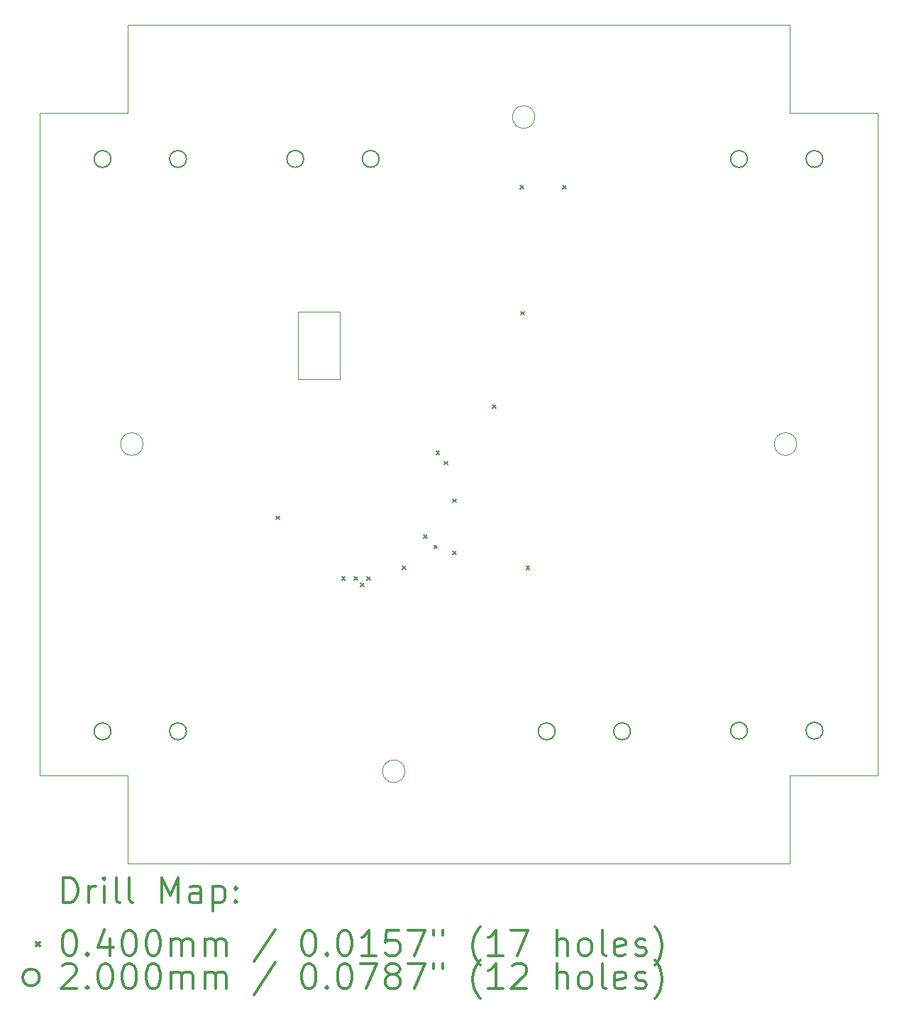
<source format=gbr>
%FSLAX45Y45*%
G04 Gerber Fmt 4.5, Leading zero omitted, Abs format (unit mm)*
G04 Created by KiCad (PCBNEW (5.1.10)-1) date 2022-05-08 17:13:46*
%MOMM*%
%LPD*%
G01*
G04 APERTURE LIST*
%TA.AperFunction,Profile*%
%ADD10C,0.050000*%
%TD*%
%ADD11C,0.200000*%
%ADD12C,0.300000*%
G04 APERTURE END LIST*
D10*
X13535000Y-6925000D02*
X13535000Y-7725000D01*
X13035000Y-7725000D02*
X13035000Y-6925000D01*
X13035000Y-7725000D02*
X13535000Y-7725000D01*
X13035000Y-6925000D02*
X13535000Y-6925000D01*
X18984629Y-8500000D02*
G75*
G03*
X18984629Y-8500000I-134629J0D01*
G01*
X14309629Y-12400000D02*
G75*
G03*
X14309629Y-12400000I-134629J0D01*
G01*
X11184629Y-8500000D02*
G75*
G03*
X11184629Y-8500000I-134629J0D01*
G01*
X15859629Y-4600000D02*
G75*
G03*
X15859629Y-4600000I-134629J0D01*
G01*
X9950000Y-4550000D02*
X11000000Y-4550000D01*
X9950000Y-12450000D02*
X9950000Y-4550000D01*
X11000000Y-12450000D02*
X9950000Y-12450000D01*
X11000000Y-13500000D02*
X11000000Y-12450000D01*
X18900000Y-13500000D02*
X11000000Y-13500000D01*
X18900000Y-12450000D02*
X18900000Y-13500000D01*
X19950000Y-12450000D02*
X18900000Y-12450000D01*
X19950000Y-4550000D02*
X19950000Y-12450000D01*
X18900000Y-4550000D02*
X19950000Y-4550000D01*
X18900000Y-3500000D02*
X18900000Y-4550000D01*
X11000000Y-3500000D02*
X18900000Y-3500000D01*
X11000000Y-4550000D02*
X11000000Y-3500000D01*
D11*
X12772400Y-9358200D02*
X12812400Y-9398200D01*
X12812400Y-9358200D02*
X12772400Y-9398200D01*
X13555000Y-10080000D02*
X13595000Y-10120000D01*
X13595000Y-10080000D02*
X13555000Y-10120000D01*
X13705000Y-10080000D02*
X13745000Y-10120000D01*
X13745000Y-10080000D02*
X13705000Y-10120000D01*
X13780000Y-10155000D02*
X13820000Y-10195000D01*
X13820000Y-10155000D02*
X13780000Y-10195000D01*
X13855000Y-10080000D02*
X13895000Y-10120000D01*
X13895000Y-10080000D02*
X13855000Y-10120000D01*
X14280000Y-9955000D02*
X14320000Y-9995000D01*
X14320000Y-9955000D02*
X14280000Y-9995000D01*
X14530000Y-9580000D02*
X14570000Y-9620000D01*
X14570000Y-9580000D02*
X14530000Y-9620000D01*
X14655000Y-9705000D02*
X14695000Y-9745000D01*
X14695000Y-9705000D02*
X14655000Y-9745000D01*
X14680000Y-8580000D02*
X14720000Y-8620000D01*
X14720000Y-8580000D02*
X14680000Y-8620000D01*
X14780000Y-8705000D02*
X14820000Y-8745000D01*
X14820000Y-8705000D02*
X14780000Y-8745000D01*
X14880000Y-9155000D02*
X14920000Y-9195000D01*
X14920000Y-9155000D02*
X14880000Y-9195000D01*
X14880000Y-9775001D02*
X14920000Y-9815001D01*
X14920000Y-9775001D02*
X14880000Y-9815001D01*
X15355000Y-8030000D02*
X15395000Y-8070000D01*
X15395000Y-8030000D02*
X15355000Y-8070000D01*
X15683000Y-5415200D02*
X15723000Y-5455200D01*
X15723000Y-5415200D02*
X15683000Y-5455200D01*
X15691000Y-6919000D02*
X15731000Y-6959000D01*
X15731000Y-6919000D02*
X15691000Y-6959000D01*
X15755000Y-9955000D02*
X15795000Y-9995000D01*
X15795000Y-9955000D02*
X15755000Y-9995000D01*
X16191000Y-5415200D02*
X16231000Y-5455200D01*
X16231000Y-5415200D02*
X16191000Y-5455200D01*
X10800600Y-5100800D02*
G75*
G03*
X10800600Y-5100800I-100000J0D01*
G01*
X10800600Y-11925000D02*
G75*
G03*
X10800600Y-11925000I-100000J0D01*
G01*
X11700600Y-5100800D02*
G75*
G03*
X11700600Y-5100800I-100000J0D01*
G01*
X11700600Y-11925000D02*
G75*
G03*
X11700600Y-11925000I-100000J0D01*
G01*
X13100000Y-5100000D02*
G75*
G03*
X13100000Y-5100000I-100000J0D01*
G01*
X14000000Y-5100000D02*
G75*
G03*
X14000000Y-5100000I-100000J0D01*
G01*
X16100000Y-11925000D02*
G75*
G03*
X16100000Y-11925000I-100000J0D01*
G01*
X17000000Y-11925000D02*
G75*
G03*
X17000000Y-11925000I-100000J0D01*
G01*
X18395200Y-5100800D02*
G75*
G03*
X18395200Y-5100800I-100000J0D01*
G01*
X18395200Y-11917200D02*
G75*
G03*
X18395200Y-11917200I-100000J0D01*
G01*
X19295200Y-5100800D02*
G75*
G03*
X19295200Y-5100800I-100000J0D01*
G01*
X19295200Y-11917200D02*
G75*
G03*
X19295200Y-11917200I-100000J0D01*
G01*
D12*
X10233928Y-13968214D02*
X10233928Y-13668214D01*
X10305357Y-13668214D01*
X10348214Y-13682500D01*
X10376786Y-13711071D01*
X10391071Y-13739643D01*
X10405357Y-13796786D01*
X10405357Y-13839643D01*
X10391071Y-13896786D01*
X10376786Y-13925357D01*
X10348214Y-13953929D01*
X10305357Y-13968214D01*
X10233928Y-13968214D01*
X10533928Y-13968214D02*
X10533928Y-13768214D01*
X10533928Y-13825357D02*
X10548214Y-13796786D01*
X10562500Y-13782500D01*
X10591071Y-13768214D01*
X10619643Y-13768214D01*
X10719643Y-13968214D02*
X10719643Y-13768214D01*
X10719643Y-13668214D02*
X10705357Y-13682500D01*
X10719643Y-13696786D01*
X10733928Y-13682500D01*
X10719643Y-13668214D01*
X10719643Y-13696786D01*
X10905357Y-13968214D02*
X10876786Y-13953929D01*
X10862500Y-13925357D01*
X10862500Y-13668214D01*
X11062500Y-13968214D02*
X11033928Y-13953929D01*
X11019643Y-13925357D01*
X11019643Y-13668214D01*
X11405357Y-13968214D02*
X11405357Y-13668214D01*
X11505357Y-13882500D01*
X11605357Y-13668214D01*
X11605357Y-13968214D01*
X11876786Y-13968214D02*
X11876786Y-13811071D01*
X11862500Y-13782500D01*
X11833928Y-13768214D01*
X11776786Y-13768214D01*
X11748214Y-13782500D01*
X11876786Y-13953929D02*
X11848214Y-13968214D01*
X11776786Y-13968214D01*
X11748214Y-13953929D01*
X11733928Y-13925357D01*
X11733928Y-13896786D01*
X11748214Y-13868214D01*
X11776786Y-13853929D01*
X11848214Y-13853929D01*
X11876786Y-13839643D01*
X12019643Y-13768214D02*
X12019643Y-14068214D01*
X12019643Y-13782500D02*
X12048214Y-13768214D01*
X12105357Y-13768214D01*
X12133928Y-13782500D01*
X12148214Y-13796786D01*
X12162500Y-13825357D01*
X12162500Y-13911071D01*
X12148214Y-13939643D01*
X12133928Y-13953929D01*
X12105357Y-13968214D01*
X12048214Y-13968214D01*
X12019643Y-13953929D01*
X12291071Y-13939643D02*
X12305357Y-13953929D01*
X12291071Y-13968214D01*
X12276786Y-13953929D01*
X12291071Y-13939643D01*
X12291071Y-13968214D01*
X12291071Y-13782500D02*
X12305357Y-13796786D01*
X12291071Y-13811071D01*
X12276786Y-13796786D01*
X12291071Y-13782500D01*
X12291071Y-13811071D01*
X9907500Y-14442500D02*
X9947500Y-14482500D01*
X9947500Y-14442500D02*
X9907500Y-14482500D01*
X10291071Y-14298214D02*
X10319643Y-14298214D01*
X10348214Y-14312500D01*
X10362500Y-14326786D01*
X10376786Y-14355357D01*
X10391071Y-14412500D01*
X10391071Y-14483929D01*
X10376786Y-14541071D01*
X10362500Y-14569643D01*
X10348214Y-14583929D01*
X10319643Y-14598214D01*
X10291071Y-14598214D01*
X10262500Y-14583929D01*
X10248214Y-14569643D01*
X10233928Y-14541071D01*
X10219643Y-14483929D01*
X10219643Y-14412500D01*
X10233928Y-14355357D01*
X10248214Y-14326786D01*
X10262500Y-14312500D01*
X10291071Y-14298214D01*
X10519643Y-14569643D02*
X10533928Y-14583929D01*
X10519643Y-14598214D01*
X10505357Y-14583929D01*
X10519643Y-14569643D01*
X10519643Y-14598214D01*
X10791071Y-14398214D02*
X10791071Y-14598214D01*
X10719643Y-14283929D02*
X10648214Y-14498214D01*
X10833928Y-14498214D01*
X11005357Y-14298214D02*
X11033928Y-14298214D01*
X11062500Y-14312500D01*
X11076786Y-14326786D01*
X11091071Y-14355357D01*
X11105357Y-14412500D01*
X11105357Y-14483929D01*
X11091071Y-14541071D01*
X11076786Y-14569643D01*
X11062500Y-14583929D01*
X11033928Y-14598214D01*
X11005357Y-14598214D01*
X10976786Y-14583929D01*
X10962500Y-14569643D01*
X10948214Y-14541071D01*
X10933928Y-14483929D01*
X10933928Y-14412500D01*
X10948214Y-14355357D01*
X10962500Y-14326786D01*
X10976786Y-14312500D01*
X11005357Y-14298214D01*
X11291071Y-14298214D02*
X11319643Y-14298214D01*
X11348214Y-14312500D01*
X11362500Y-14326786D01*
X11376786Y-14355357D01*
X11391071Y-14412500D01*
X11391071Y-14483929D01*
X11376786Y-14541071D01*
X11362500Y-14569643D01*
X11348214Y-14583929D01*
X11319643Y-14598214D01*
X11291071Y-14598214D01*
X11262500Y-14583929D01*
X11248214Y-14569643D01*
X11233928Y-14541071D01*
X11219643Y-14483929D01*
X11219643Y-14412500D01*
X11233928Y-14355357D01*
X11248214Y-14326786D01*
X11262500Y-14312500D01*
X11291071Y-14298214D01*
X11519643Y-14598214D02*
X11519643Y-14398214D01*
X11519643Y-14426786D02*
X11533928Y-14412500D01*
X11562500Y-14398214D01*
X11605357Y-14398214D01*
X11633928Y-14412500D01*
X11648214Y-14441071D01*
X11648214Y-14598214D01*
X11648214Y-14441071D02*
X11662500Y-14412500D01*
X11691071Y-14398214D01*
X11733928Y-14398214D01*
X11762500Y-14412500D01*
X11776786Y-14441071D01*
X11776786Y-14598214D01*
X11919643Y-14598214D02*
X11919643Y-14398214D01*
X11919643Y-14426786D02*
X11933928Y-14412500D01*
X11962500Y-14398214D01*
X12005357Y-14398214D01*
X12033928Y-14412500D01*
X12048214Y-14441071D01*
X12048214Y-14598214D01*
X12048214Y-14441071D02*
X12062500Y-14412500D01*
X12091071Y-14398214D01*
X12133928Y-14398214D01*
X12162500Y-14412500D01*
X12176786Y-14441071D01*
X12176786Y-14598214D01*
X12762500Y-14283929D02*
X12505357Y-14669643D01*
X13148214Y-14298214D02*
X13176786Y-14298214D01*
X13205357Y-14312500D01*
X13219643Y-14326786D01*
X13233928Y-14355357D01*
X13248214Y-14412500D01*
X13248214Y-14483929D01*
X13233928Y-14541071D01*
X13219643Y-14569643D01*
X13205357Y-14583929D01*
X13176786Y-14598214D01*
X13148214Y-14598214D01*
X13119643Y-14583929D01*
X13105357Y-14569643D01*
X13091071Y-14541071D01*
X13076786Y-14483929D01*
X13076786Y-14412500D01*
X13091071Y-14355357D01*
X13105357Y-14326786D01*
X13119643Y-14312500D01*
X13148214Y-14298214D01*
X13376786Y-14569643D02*
X13391071Y-14583929D01*
X13376786Y-14598214D01*
X13362500Y-14583929D01*
X13376786Y-14569643D01*
X13376786Y-14598214D01*
X13576786Y-14298214D02*
X13605357Y-14298214D01*
X13633928Y-14312500D01*
X13648214Y-14326786D01*
X13662500Y-14355357D01*
X13676786Y-14412500D01*
X13676786Y-14483929D01*
X13662500Y-14541071D01*
X13648214Y-14569643D01*
X13633928Y-14583929D01*
X13605357Y-14598214D01*
X13576786Y-14598214D01*
X13548214Y-14583929D01*
X13533928Y-14569643D01*
X13519643Y-14541071D01*
X13505357Y-14483929D01*
X13505357Y-14412500D01*
X13519643Y-14355357D01*
X13533928Y-14326786D01*
X13548214Y-14312500D01*
X13576786Y-14298214D01*
X13962500Y-14598214D02*
X13791071Y-14598214D01*
X13876786Y-14598214D02*
X13876786Y-14298214D01*
X13848214Y-14341071D01*
X13819643Y-14369643D01*
X13791071Y-14383929D01*
X14233928Y-14298214D02*
X14091071Y-14298214D01*
X14076786Y-14441071D01*
X14091071Y-14426786D01*
X14119643Y-14412500D01*
X14191071Y-14412500D01*
X14219643Y-14426786D01*
X14233928Y-14441071D01*
X14248214Y-14469643D01*
X14248214Y-14541071D01*
X14233928Y-14569643D01*
X14219643Y-14583929D01*
X14191071Y-14598214D01*
X14119643Y-14598214D01*
X14091071Y-14583929D01*
X14076786Y-14569643D01*
X14348214Y-14298214D02*
X14548214Y-14298214D01*
X14419643Y-14598214D01*
X14648214Y-14298214D02*
X14648214Y-14355357D01*
X14762500Y-14298214D02*
X14762500Y-14355357D01*
X15205357Y-14712500D02*
X15191071Y-14698214D01*
X15162500Y-14655357D01*
X15148214Y-14626786D01*
X15133928Y-14583929D01*
X15119643Y-14512500D01*
X15119643Y-14455357D01*
X15133928Y-14383929D01*
X15148214Y-14341071D01*
X15162500Y-14312500D01*
X15191071Y-14269643D01*
X15205357Y-14255357D01*
X15476786Y-14598214D02*
X15305357Y-14598214D01*
X15391071Y-14598214D02*
X15391071Y-14298214D01*
X15362500Y-14341071D01*
X15333928Y-14369643D01*
X15305357Y-14383929D01*
X15576786Y-14298214D02*
X15776786Y-14298214D01*
X15648214Y-14598214D01*
X16119643Y-14598214D02*
X16119643Y-14298214D01*
X16248214Y-14598214D02*
X16248214Y-14441071D01*
X16233928Y-14412500D01*
X16205357Y-14398214D01*
X16162500Y-14398214D01*
X16133928Y-14412500D01*
X16119643Y-14426786D01*
X16433928Y-14598214D02*
X16405357Y-14583929D01*
X16391071Y-14569643D01*
X16376786Y-14541071D01*
X16376786Y-14455357D01*
X16391071Y-14426786D01*
X16405357Y-14412500D01*
X16433928Y-14398214D01*
X16476786Y-14398214D01*
X16505357Y-14412500D01*
X16519643Y-14426786D01*
X16533928Y-14455357D01*
X16533928Y-14541071D01*
X16519643Y-14569643D01*
X16505357Y-14583929D01*
X16476786Y-14598214D01*
X16433928Y-14598214D01*
X16705357Y-14598214D02*
X16676786Y-14583929D01*
X16662500Y-14555357D01*
X16662500Y-14298214D01*
X16933928Y-14583929D02*
X16905357Y-14598214D01*
X16848214Y-14598214D01*
X16819643Y-14583929D01*
X16805357Y-14555357D01*
X16805357Y-14441071D01*
X16819643Y-14412500D01*
X16848214Y-14398214D01*
X16905357Y-14398214D01*
X16933928Y-14412500D01*
X16948214Y-14441071D01*
X16948214Y-14469643D01*
X16805357Y-14498214D01*
X17062500Y-14583929D02*
X17091071Y-14598214D01*
X17148214Y-14598214D01*
X17176786Y-14583929D01*
X17191071Y-14555357D01*
X17191071Y-14541071D01*
X17176786Y-14512500D01*
X17148214Y-14498214D01*
X17105357Y-14498214D01*
X17076786Y-14483929D01*
X17062500Y-14455357D01*
X17062500Y-14441071D01*
X17076786Y-14412500D01*
X17105357Y-14398214D01*
X17148214Y-14398214D01*
X17176786Y-14412500D01*
X17291071Y-14712500D02*
X17305357Y-14698214D01*
X17333928Y-14655357D01*
X17348214Y-14626786D01*
X17362500Y-14583929D01*
X17376786Y-14512500D01*
X17376786Y-14455357D01*
X17362500Y-14383929D01*
X17348214Y-14341071D01*
X17333928Y-14312500D01*
X17305357Y-14269643D01*
X17291071Y-14255357D01*
X9947500Y-14858500D02*
G75*
G03*
X9947500Y-14858500I-100000J0D01*
G01*
X10219643Y-14722786D02*
X10233928Y-14708500D01*
X10262500Y-14694214D01*
X10333928Y-14694214D01*
X10362500Y-14708500D01*
X10376786Y-14722786D01*
X10391071Y-14751357D01*
X10391071Y-14779929D01*
X10376786Y-14822786D01*
X10205357Y-14994214D01*
X10391071Y-14994214D01*
X10519643Y-14965643D02*
X10533928Y-14979929D01*
X10519643Y-14994214D01*
X10505357Y-14979929D01*
X10519643Y-14965643D01*
X10519643Y-14994214D01*
X10719643Y-14694214D02*
X10748214Y-14694214D01*
X10776786Y-14708500D01*
X10791071Y-14722786D01*
X10805357Y-14751357D01*
X10819643Y-14808500D01*
X10819643Y-14879929D01*
X10805357Y-14937071D01*
X10791071Y-14965643D01*
X10776786Y-14979929D01*
X10748214Y-14994214D01*
X10719643Y-14994214D01*
X10691071Y-14979929D01*
X10676786Y-14965643D01*
X10662500Y-14937071D01*
X10648214Y-14879929D01*
X10648214Y-14808500D01*
X10662500Y-14751357D01*
X10676786Y-14722786D01*
X10691071Y-14708500D01*
X10719643Y-14694214D01*
X11005357Y-14694214D02*
X11033928Y-14694214D01*
X11062500Y-14708500D01*
X11076786Y-14722786D01*
X11091071Y-14751357D01*
X11105357Y-14808500D01*
X11105357Y-14879929D01*
X11091071Y-14937071D01*
X11076786Y-14965643D01*
X11062500Y-14979929D01*
X11033928Y-14994214D01*
X11005357Y-14994214D01*
X10976786Y-14979929D01*
X10962500Y-14965643D01*
X10948214Y-14937071D01*
X10933928Y-14879929D01*
X10933928Y-14808500D01*
X10948214Y-14751357D01*
X10962500Y-14722786D01*
X10976786Y-14708500D01*
X11005357Y-14694214D01*
X11291071Y-14694214D02*
X11319643Y-14694214D01*
X11348214Y-14708500D01*
X11362500Y-14722786D01*
X11376786Y-14751357D01*
X11391071Y-14808500D01*
X11391071Y-14879929D01*
X11376786Y-14937071D01*
X11362500Y-14965643D01*
X11348214Y-14979929D01*
X11319643Y-14994214D01*
X11291071Y-14994214D01*
X11262500Y-14979929D01*
X11248214Y-14965643D01*
X11233928Y-14937071D01*
X11219643Y-14879929D01*
X11219643Y-14808500D01*
X11233928Y-14751357D01*
X11248214Y-14722786D01*
X11262500Y-14708500D01*
X11291071Y-14694214D01*
X11519643Y-14994214D02*
X11519643Y-14794214D01*
X11519643Y-14822786D02*
X11533928Y-14808500D01*
X11562500Y-14794214D01*
X11605357Y-14794214D01*
X11633928Y-14808500D01*
X11648214Y-14837071D01*
X11648214Y-14994214D01*
X11648214Y-14837071D02*
X11662500Y-14808500D01*
X11691071Y-14794214D01*
X11733928Y-14794214D01*
X11762500Y-14808500D01*
X11776786Y-14837071D01*
X11776786Y-14994214D01*
X11919643Y-14994214D02*
X11919643Y-14794214D01*
X11919643Y-14822786D02*
X11933928Y-14808500D01*
X11962500Y-14794214D01*
X12005357Y-14794214D01*
X12033928Y-14808500D01*
X12048214Y-14837071D01*
X12048214Y-14994214D01*
X12048214Y-14837071D02*
X12062500Y-14808500D01*
X12091071Y-14794214D01*
X12133928Y-14794214D01*
X12162500Y-14808500D01*
X12176786Y-14837071D01*
X12176786Y-14994214D01*
X12762500Y-14679929D02*
X12505357Y-15065643D01*
X13148214Y-14694214D02*
X13176786Y-14694214D01*
X13205357Y-14708500D01*
X13219643Y-14722786D01*
X13233928Y-14751357D01*
X13248214Y-14808500D01*
X13248214Y-14879929D01*
X13233928Y-14937071D01*
X13219643Y-14965643D01*
X13205357Y-14979929D01*
X13176786Y-14994214D01*
X13148214Y-14994214D01*
X13119643Y-14979929D01*
X13105357Y-14965643D01*
X13091071Y-14937071D01*
X13076786Y-14879929D01*
X13076786Y-14808500D01*
X13091071Y-14751357D01*
X13105357Y-14722786D01*
X13119643Y-14708500D01*
X13148214Y-14694214D01*
X13376786Y-14965643D02*
X13391071Y-14979929D01*
X13376786Y-14994214D01*
X13362500Y-14979929D01*
X13376786Y-14965643D01*
X13376786Y-14994214D01*
X13576786Y-14694214D02*
X13605357Y-14694214D01*
X13633928Y-14708500D01*
X13648214Y-14722786D01*
X13662500Y-14751357D01*
X13676786Y-14808500D01*
X13676786Y-14879929D01*
X13662500Y-14937071D01*
X13648214Y-14965643D01*
X13633928Y-14979929D01*
X13605357Y-14994214D01*
X13576786Y-14994214D01*
X13548214Y-14979929D01*
X13533928Y-14965643D01*
X13519643Y-14937071D01*
X13505357Y-14879929D01*
X13505357Y-14808500D01*
X13519643Y-14751357D01*
X13533928Y-14722786D01*
X13548214Y-14708500D01*
X13576786Y-14694214D01*
X13776786Y-14694214D02*
X13976786Y-14694214D01*
X13848214Y-14994214D01*
X14133928Y-14822786D02*
X14105357Y-14808500D01*
X14091071Y-14794214D01*
X14076786Y-14765643D01*
X14076786Y-14751357D01*
X14091071Y-14722786D01*
X14105357Y-14708500D01*
X14133928Y-14694214D01*
X14191071Y-14694214D01*
X14219643Y-14708500D01*
X14233928Y-14722786D01*
X14248214Y-14751357D01*
X14248214Y-14765643D01*
X14233928Y-14794214D01*
X14219643Y-14808500D01*
X14191071Y-14822786D01*
X14133928Y-14822786D01*
X14105357Y-14837071D01*
X14091071Y-14851357D01*
X14076786Y-14879929D01*
X14076786Y-14937071D01*
X14091071Y-14965643D01*
X14105357Y-14979929D01*
X14133928Y-14994214D01*
X14191071Y-14994214D01*
X14219643Y-14979929D01*
X14233928Y-14965643D01*
X14248214Y-14937071D01*
X14248214Y-14879929D01*
X14233928Y-14851357D01*
X14219643Y-14837071D01*
X14191071Y-14822786D01*
X14348214Y-14694214D02*
X14548214Y-14694214D01*
X14419643Y-14994214D01*
X14648214Y-14694214D02*
X14648214Y-14751357D01*
X14762500Y-14694214D02*
X14762500Y-14751357D01*
X15205357Y-15108500D02*
X15191071Y-15094214D01*
X15162500Y-15051357D01*
X15148214Y-15022786D01*
X15133928Y-14979929D01*
X15119643Y-14908500D01*
X15119643Y-14851357D01*
X15133928Y-14779929D01*
X15148214Y-14737071D01*
X15162500Y-14708500D01*
X15191071Y-14665643D01*
X15205357Y-14651357D01*
X15476786Y-14994214D02*
X15305357Y-14994214D01*
X15391071Y-14994214D02*
X15391071Y-14694214D01*
X15362500Y-14737071D01*
X15333928Y-14765643D01*
X15305357Y-14779929D01*
X15591071Y-14722786D02*
X15605357Y-14708500D01*
X15633928Y-14694214D01*
X15705357Y-14694214D01*
X15733928Y-14708500D01*
X15748214Y-14722786D01*
X15762500Y-14751357D01*
X15762500Y-14779929D01*
X15748214Y-14822786D01*
X15576786Y-14994214D01*
X15762500Y-14994214D01*
X16119643Y-14994214D02*
X16119643Y-14694214D01*
X16248214Y-14994214D02*
X16248214Y-14837071D01*
X16233928Y-14808500D01*
X16205357Y-14794214D01*
X16162500Y-14794214D01*
X16133928Y-14808500D01*
X16119643Y-14822786D01*
X16433928Y-14994214D02*
X16405357Y-14979929D01*
X16391071Y-14965643D01*
X16376786Y-14937071D01*
X16376786Y-14851357D01*
X16391071Y-14822786D01*
X16405357Y-14808500D01*
X16433928Y-14794214D01*
X16476786Y-14794214D01*
X16505357Y-14808500D01*
X16519643Y-14822786D01*
X16533928Y-14851357D01*
X16533928Y-14937071D01*
X16519643Y-14965643D01*
X16505357Y-14979929D01*
X16476786Y-14994214D01*
X16433928Y-14994214D01*
X16705357Y-14994214D02*
X16676786Y-14979929D01*
X16662500Y-14951357D01*
X16662500Y-14694214D01*
X16933928Y-14979929D02*
X16905357Y-14994214D01*
X16848214Y-14994214D01*
X16819643Y-14979929D01*
X16805357Y-14951357D01*
X16805357Y-14837071D01*
X16819643Y-14808500D01*
X16848214Y-14794214D01*
X16905357Y-14794214D01*
X16933928Y-14808500D01*
X16948214Y-14837071D01*
X16948214Y-14865643D01*
X16805357Y-14894214D01*
X17062500Y-14979929D02*
X17091071Y-14994214D01*
X17148214Y-14994214D01*
X17176786Y-14979929D01*
X17191071Y-14951357D01*
X17191071Y-14937071D01*
X17176786Y-14908500D01*
X17148214Y-14894214D01*
X17105357Y-14894214D01*
X17076786Y-14879929D01*
X17062500Y-14851357D01*
X17062500Y-14837071D01*
X17076786Y-14808500D01*
X17105357Y-14794214D01*
X17148214Y-14794214D01*
X17176786Y-14808500D01*
X17291071Y-15108500D02*
X17305357Y-15094214D01*
X17333928Y-15051357D01*
X17348214Y-15022786D01*
X17362500Y-14979929D01*
X17376786Y-14908500D01*
X17376786Y-14851357D01*
X17362500Y-14779929D01*
X17348214Y-14737071D01*
X17333928Y-14708500D01*
X17305357Y-14665643D01*
X17291071Y-14651357D01*
M02*

</source>
